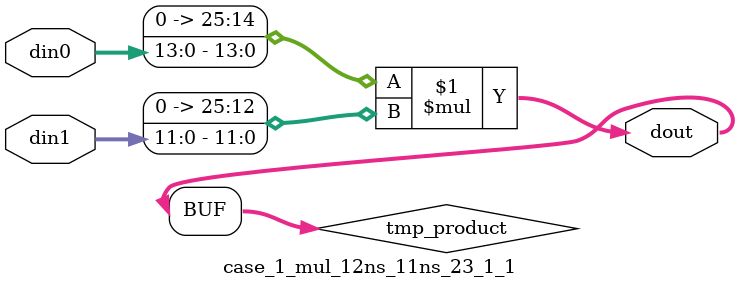
<source format=v>

`timescale 1 ns / 1 ps

 (* use_dsp = "no" *)  module case_1_mul_12ns_11ns_23_1_1(din0, din1, dout);
parameter ID = 1;
parameter NUM_STAGE = 0;
parameter din0_WIDTH = 14;
parameter din1_WIDTH = 12;
parameter dout_WIDTH = 26;

input [din0_WIDTH - 1 : 0] din0; 
input [din1_WIDTH - 1 : 0] din1; 
output [dout_WIDTH - 1 : 0] dout;

wire signed [dout_WIDTH - 1 : 0] tmp_product;
























assign tmp_product = $signed({1'b0, din0}) * $signed({1'b0, din1});











assign dout = tmp_product;





















endmodule

</source>
